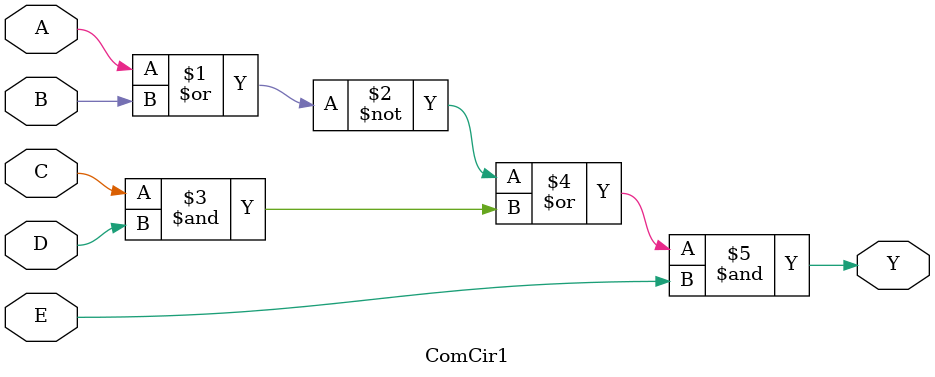
<source format=v>
/*
Implementation of simple combinational circuit
*/

module ComCir1 (input A, B, C, D, E,output Y);
/*  input A, B, C, D, E;
    output Y;
    wire w1, w2, w3, w4;*/
 /*   
    // Gate instantiations (STRUCTURAL)
    or o1(w1, A, B);        // OR gate o1: w1 = A | B
    not n1(w3, w1);         // NOT gate n1: w3 = ~w1
    and a1(w2, C, D);       // AND gate a1: w2 = C & D
    or o2(w4, w3, w2);      // OR gate o2: w4 = w3 | w2
    and a2(Y, w4, E);       // AND gate a2: Y = w4 & E
*/
/*  (BEHAVIORAL)
    assign w1 = A | B;
    assign w2 = C & D;
    assign w3 = ~w1;
    assign w4 = w3 | w2;
    assign Y = E & w4;*/

    assign Y = ( ( (~(A | B)) | (C & D) ) & E); 
    

endmodule
</source>
